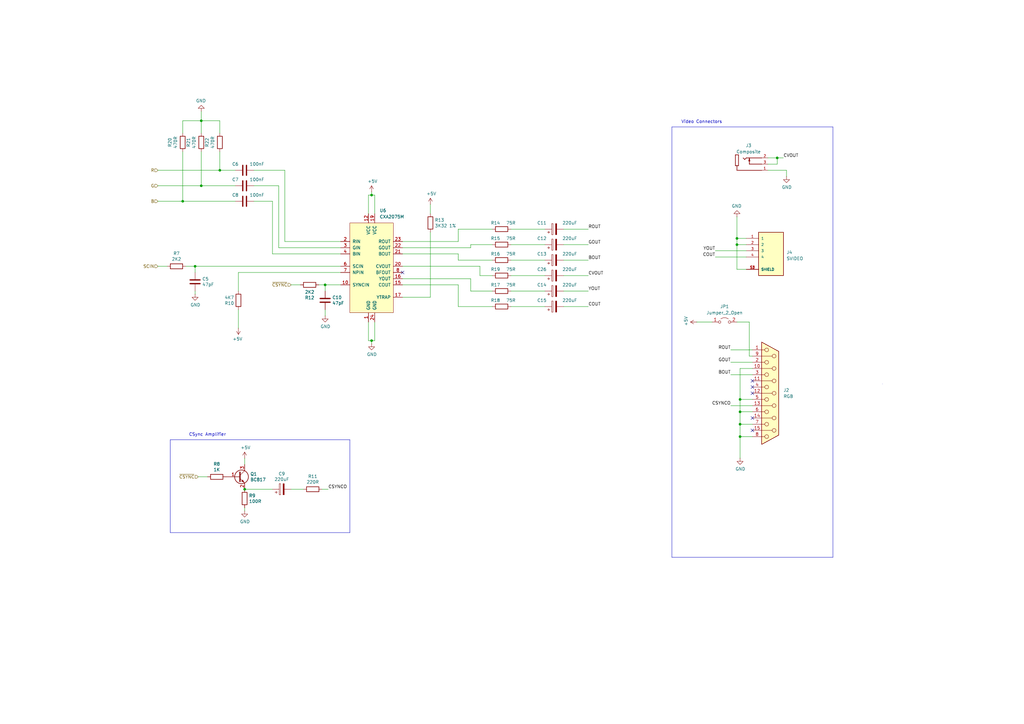
<source format=kicad_sch>
(kicad_sch (version 20231120) (generator "eeschema") (generator_version "8.0")
  (paper "A3")
  (title_block (title "TRH9000") (date "2024-06-15") (rev "1.7") (company "The Retro Hacker") (comment 2 "Shared under CERN-OHL-S license") (comment 3 "TRH9000 - Open Source MSX Graphics Card based on the Yamaha V9990") (comment 4 "Designed  by: Cristiano Goncalves"))
  (lib_symbols
    (symbol "Connector:DA15_Receptacle" (pin_names (offset 1.016) hide)
      (property "Reference" "J" (at 0.508 21.59 0))
      (property "Value" "DA15_Receptacle" (at 0 -22.225 0))
      (symbol "DA15_Receptacle_0_1"
        (circle (center -1.778 -17.78) (radius 0.762))
        (circle (center -1.778 -12.7) (radius 0.762))
        (circle (center -1.778 -7.62) (radius 0.762))
        (circle (center -1.778 -2.54) (radius 0.762))
        (circle (center -1.778 2.54) (radius 0.762))
        (circle (center -1.778 7.62) (radius 0.762))
        (circle (center -1.778 12.7) (radius 0.762))
        (circle (center -1.778 17.78) (radius 0.762))
        (polyline (pts (xy -3.81 -17.78) (xy -2.54 -17.78)))
        (polyline (pts (xy -3.81 -15.24) (xy 0.508 -15.24)))
        (polyline (pts (xy -3.81 -12.7) (xy -2.54 -12.7)))
        (polyline (pts (xy -3.81 -10.16) (xy 0.508 -10.16)))
        (polyline (pts (xy -3.81 -7.62) (xy -2.54 -7.62)))
        (polyline (pts (xy -3.81 -5.08) (xy 0.508 -5.08)))
        (polyline (pts (xy -3.81 -2.54) (xy -2.54 -2.54)))
        (polyline (pts (xy -3.81 0) (xy 0.508 0)))
        (polyline (pts (xy -3.81 2.54) (xy -2.54 2.54)))
        (polyline (pts (xy -3.81 5.08) (xy 0.508 5.08)))
        (polyline (pts (xy -3.81 7.62) (xy -2.54 7.62)))
        (polyline (pts (xy -3.81 10.16) (xy 0.508 10.16)))
        (polyline (pts (xy -3.81 12.7) (xy -2.54 12.7)))
        (polyline (pts (xy -3.81 15.24) (xy 0.508 15.24)))
        (polyline (pts (xy -3.81 17.78) (xy -2.54 17.78)))
        (polyline (pts (xy -3.81 20.955) (xy 3.175 17.145) (xy 3.175 -17.145) (xy -3.81 -20.955) (xy -3.81 20.955)) (stroke (width 0.254)) (fill (type background)))
        (circle (center 1.27 -15.24) (radius 0.762))
        (circle (center 1.27 -10.16) (radius 0.762))
        (circle (center 1.27 -5.08) (radius 0.762))
        (circle (center 1.27 0) (radius 0.762))
        (circle (center 1.27 5.08) (radius 0.762))
        (circle (center 1.27 10.16) (radius 0.762))
        (circle (center 1.27 15.24) (radius 0.762))
      )
      (symbol "DA15_Receptacle_1_1"
        (pin passive line (at -7.62 17.78 0) (length 3.81) (name "1") (number "1"))
        (pin passive line (at -7.62 10.16 0) (length 3.81) (name "P10") (number "10"))
        (pin passive line (at -7.62 5.08 0) (length 3.81) (name "P111") (number "11"))
        (pin passive line (at -7.62 0 0) (length 3.81) (name "P12") (number "12"))
        (pin passive line (at -7.62 -5.08 0) (length 3.81) (name "P13") (number "13"))
        (pin passive line (at -7.62 -10.16 0) (length 3.81) (name "P14") (number "14"))
        (pin passive line (at -7.62 -15.24 0) (length 3.81) (name "P15") (number "15"))
        (pin passive line (at -7.62 12.7 0) (length 3.81) (name "2") (number "2"))
        (pin passive line (at -7.62 7.62 0) (length 3.81) (name "3") (number "3"))
        (pin passive line (at -7.62 2.54 0) (length 3.81) (name "4") (number "4"))
        (pin passive line (at -7.62 -2.54 0) (length 3.81) (name "5") (number "5"))
        (pin passive line (at -7.62 -7.62 0) (length 3.81) (name "6") (number "6"))
        (pin passive line (at -7.62 -12.7 0) (length 3.81) (name "7") (number "7"))
        (pin passive line (at -7.62 -17.78 0) (length 3.81) (name "8") (number "8"))
        (pin passive line (at -7.62 15.24 0) (length 3.81) (name "P9") (number "9"))
      )
    )
    (symbol "Device:C" (pin_numbers hide) (pin_names (offset 0.254))
      (property "Reference" "C" (at 0.635 2.54 0))
      (property "Value" "C" (at 0.635 -2.54 0))
      (symbol "C_0_1"
        (polyline (pts (xy -2.032 -0.762) (xy 2.032 -0.762)) (stroke (width 0.508)))
        (polyline (pts (xy -2.032 0.762) (xy 2.032 0.762)) (stroke (width 0.508)))
      )
      (symbol "C_1_1"
        (pin passive line (at 0 3.81 270) (length 2.794) (name "~") (number "1"))
        (pin passive line (at 0 -3.81 90) (length 2.794) (name "~") (number "2"))
      )
    )
    (symbol "Device:C_Polarized" (pin_numbers hide) (pin_names (offset 0.254))
      (property "Reference" "C" (at 0.635 2.54 0))
      (property "Value" "C_Polarized" (at 0.635 -2.54 0))
      (symbol "C_Polarized_0_1"
        (rectangle (start -2.286 0.508) (end 2.286 1.016))
        (polyline (pts (xy -1.778 2.286) (xy -0.762 2.286)))
        (polyline (pts (xy -1.27 2.794) (xy -1.27 1.778)))
        (rectangle (start 2.286 -0.508) (end -2.286 -1.016) (fill (type outline)))
      )
      (symbol "C_Polarized_1_1"
        (pin passive line (at 0 3.81 270) (length 2.794) (name "~") (number "1"))
        (pin passive line (at 0 -3.81 90) (length 2.794) (name "~") (number "2"))
      )
    )
    (symbol "Device:R" (pin_numbers hide) (pin_names (offset 0))
      (property "Reference" "R" (at 2.032 0 90))
      (property "Value" "R" (at 0 0 90))
      (symbol "R_0_1"
        (rectangle (start -1.016 -2.54) (end 1.016 2.54) (stroke (width 0.254)))
      )
      (symbol "R_1_1"
        (pin passive line (at 0 3.81 270) (length 1.27) (name "~") (number "1"))
        (pin passive line (at 0 -3.81 90) (length 1.27) (name "~") (number "2"))
      )
    )
    (symbol "Jumper:Jumper_2_Open" (pin_names (offset 0) hide)
      (property "Reference" "JP" (at 0 2.794 0))
      (property "Value" "Jumper_2_Open" (at 0 -2.286 0))
      (symbol "Jumper_2_Open_0_0"
        (circle (center -2.032 0) (radius 0.508))
        (circle (center 2.032 0) (radius 0.508))
      )
      (symbol "Jumper_2_Open_0_1"
        (arc (start 1.524 1.27) (mid 0 1.778) (end -1.524 1.27))
      )
      (symbol "Jumper_2_Open_1_1"
        (pin passive line (at -5.08 0 0) (length 2.54) (name "A") (number "1"))
        (pin passive line (at 5.08 0 180) (length 2.54) (name "B") (number "2"))
      )
    )
    (symbol "MD-40SM:MD-40SM" (pin_names (offset 1.016))
      (property "Reference" "J" (at -5.08 8.382 0))
      (property "Value" "MD-40SM" (at -5.08 -12.7 0))
      (symbol "MD-40SM_0_0"
        (rectangle (start -5.08 -10.16) (end 5.08 7.62) (stroke (width 0.254)) (fill (type background)))
        (pin passive line (at -10.16 5.08 0) (length 5.08) (name "1") (number "1"))
        (pin passive line (at -10.16 2.54 0) (length 5.08) (name "2") (number "2"))
        (pin passive line (at -10.16 0 0) (length 5.08) (name "3") (number "3"))
        (pin passive line (at -10.16 -2.54 0) (length 5.08) (name "4") (number "4"))
        (pin passive line (at -10.16 -7.62 0) (length 5.08) (name "SHIELD") (number "S1"))
        (pin passive line (at -10.16 -7.62 0) (length 5.08) (name "SHIELD") (number "S2"))
        (pin passive line (at -10.16 -7.62 0) (length 5.08) (name "SHIELD") (number "S3"))
      )
    )
    (symbol "PJRAN1X1U02AUX:PJRAN1X1U02AUX" (pin_names (offset 1.016))
      (property "Reference" "J" (at -5.08 5.08 0))
      (property "Value" "PJRAN1X1U02AUX" (at -5.08 -6.35 0))
      (symbol "PJRAN1X1U02AUX_0_0"
        (polyline (pts (xy -5.715 -0.635) (xy -5.08 -0.635)) (stroke (width 0.254)))
        (polyline (pts (xy -5.715 3.81) (xy -5.715 -0.635)) (stroke (width 0.254)))
        (polyline (pts (xy -5.08 -2.54) (xy -5.08 -0.635)) (stroke (width 0.254)))
        (polyline (pts (xy -5.08 -0.635) (xy -4.445 -0.635)) (stroke (width 0.254)))
        (polyline (pts (xy -4.445 -0.635) (xy -4.445 3.81)) (stroke (width 0.254)))
        (polyline (pts (xy -4.445 3.81) (xy -5.715 3.81)) (stroke (width 0.254)))
        (polyline (pts (xy -1.905 1.905) (xy -2.54 2.54)) (stroke (width 0.254)))
        (polyline (pts (xy -1.27 2.54) (xy -1.905 1.905)) (stroke (width 0.254)))
        (polyline (pts (xy 0 0) (xy 0 2.54)) (stroke (width 0.254)))
        (polyline (pts (xy 0 0) (xy 5.08 0)) (stroke (width 0.254)))
        (polyline (pts (xy 5.08 -2.54) (xy -5.08 -2.54)) (stroke (width 0.254)))
        (polyline (pts (xy 5.08 2.54) (xy -1.27 2.54)) (stroke (width 0.254)))
        (polyline (pts (xy 0 2.286) (xy 0.254 1.27) (xy -0.254 1.27) (xy 0 2.286)) (stroke (width 0.254)) (fill (type outline)))
        (pin passive line (at 7.62 -2.54 180) (length 2.54) (name "~") (number "1"))
        (pin passive line (at 7.62 2.54 180) (length 2.54) (name "~") (number "2"))
        (pin passive line (at 7.62 0 180) (length 2.54) (name "~") (number "3"))
      )
    )
    (symbol "TRH9000:CXA2075M" (pin_names (offset 1.016))
      (property "Reference" "U" (at -8.89 20.32 0))
      (property "Value" "CXA2075M" (at 7.62 20.32 0))
      (symbol "CXA2075M_0_1"
        (rectangle (start -8.89 19.05) (end 8.89 -17.78) (fill (type background)))
      )
      (symbol "CXA2075M_1_1"
        (pin power_in line (at -1.27 -21.59 90) (length 3.81) (name "GND") (number "1"))
        (pin input line (at -12.7 -6.35 0) (length 3.81) (name "SYNCIN") (number "10"))
        (pin no_connect line (at -12.7 -8.89 0) (length 3.81) hide (name "NC") (number "11"))
        (pin power_in line (at -1.27 22.86 270) (length 3.81) (name "VCC") (number "12"))
        (pin no_connect line (at 12.7 13.97 180) (length 3.81) hide (name "NC") (number "13"))
        (pin no_connect line (at 11.43 -8.89 180) (length 3.81) hide (name "NC") (number "14"))
        (pin output line (at 12.7 -6.35 180) (length 3.81) (name "COUT") (number "15"))
        (pin output line (at 12.7 -3.81 180) (length 3.81) (name "YOUT") (number "16"))
        (pin input line (at 12.7 -11.43 180) (length 3.81) (name "YTRAP") (number "17"))
        (pin no_connect line (at 11.43 -13.97 180) (length 3.81) hide (name "NC") (number "18"))
        (pin power_in line (at 1.27 22.86 270) (length 3.81) (name "VCC") (number "19"))
        (pin input line (at -12.7 11.43 0) (length 3.81) (name "RIN") (number "2"))
        (pin output line (at 12.7 1.27 180) (length 3.81) (name "CVOUT") (number "20"))
        (pin output line (at 12.7 6.35 180) (length 3.81) (name "BOUT") (number "21"))
        (pin output line (at 12.7 8.89 180) (length 3.81) (name "GOUT") (number "22"))
        (pin output line (at 12.7 11.43 180) (length 3.81) (name "ROUT") (number "23"))
        (pin power_in line (at 1.27 -21.59 90) (length 3.81) (name "GND") (number "24"))
        (pin input line (at -12.7 8.89 0) (length 3.81) (name "GIN") (number "3"))
        (pin input line (at -12.7 6.35 0) (length 3.81) (name "BIN") (number "4"))
        (pin no_connect line (at -12.7 3.81 0) (length 3.81) hide (name "NC") (number "5"))
        (pin input line (at -12.7 1.27 0) (length 3.81) (name "SCIN") (number "6"))
        (pin input line (at -12.7 -1.27 0) (length 3.81) (name "NPIN") (number "7"))
        (pin output line (at 12.7 -1.27 180) (length 3.81) (name "BFOUT") (number "8"))
        (pin no_connect line (at -12.7 -3.81 0) (length 3.81) hide (name "NC") (number "9"))
      )
    )
    (symbol "Transistor_BJT:BC817" (pin_names (offset 0) hide)
      (property "Reference" "Q" (at 5.08 1.905 0))
      (property "Value" "BC817" (at 5.08 0 0))
      (symbol "BC817_0_1"
        (polyline (pts (xy 0.635 0.635) (xy 2.54 2.54)))
        (polyline (pts (xy 0.635 -0.635) (xy 2.54 -2.54) (xy 2.54 -2.54)))
        (polyline (pts (xy 0.635 1.905) (xy 0.635 -1.905) (xy 0.635 -1.905)) (stroke (width 0.508)))
        (polyline (pts (xy 1.27 -1.778) (xy 1.778 -1.27) (xy 2.286 -2.286) (xy 1.27 -1.778) (xy 1.27 -1.778)) (fill (type outline)))
        (circle (center 1.27 0) (radius 2.8194) (stroke (width 0.254)))
      )
      (symbol "BC817_1_1"
        (pin input line (at -5.08 0 0) (length 5.715) (name "B") (number "1"))
        (pin passive line (at 2.54 -5.08 90) (length 2.54) (name "E") (number "2"))
        (pin passive line (at 2.54 5.08 270) (length 2.54) (name "C") (number "3"))
      )
    )
    (symbol "power:+5V" (power) (pin_numbers hide) (pin_names (offset 0) hide)
      (property "Value" "+5V" (at 0 3.556 0))
      (symbol "+5V_0_1"
        (polyline (pts (xy -0.762 1.27) (xy 0 2.54)))
        (polyline (pts (xy 0 0) (xy 0 2.54)))
        (polyline (pts (xy 0 2.54) (xy 0.762 1.27)))
      )
      (symbol "+5V_1_1"
        (pin power_in line (at 0 0 90) (length 0) (name "~") (number "1"))
      )
    )
    (symbol "power:GND" (power) (pin_numbers hide) (pin_names (offset 0) hide)
      (property "Value" "GND" (at 0 -3.81 0))
      (symbol "GND_0_1"
        (polyline (pts (xy 0 0) (xy 0 -1.27) (xy 1.27 -1.27) (xy 0 -2.54) (xy -1.27 -1.27) (xy 0 -1.27)))
      )
      (symbol "GND_1_1"
        (pin power_in line (at 0 0 270) (length 0) (name "~") (number "1"))
      )
    )
  )
  (junction (at 80.01 109.22))
  (junction (at 74.93 82.55))
  (junction (at 303.53 179.07))
  (junction (at 100.33 200.66))
  (junction (at 302.26 100.33))
  (junction (at 303.53 163.83))
  (junction (at 90.17 69.85))
  (junction (at 152.4 80.01))
  (junction (at 318.77 64.77))
  (junction (at 82.55 49.53))
  (junction (at 133.35 116.84))
  (junction (at 302.26 97.79))
  (junction (at 152.4 139.7))
  (junction (at 303.53 173.99))
  (junction (at 82.55 76.2))
  (junction (at 303.53 168.91))
  (no_connect (at 308.61 176.53))
  (no_connect (at 308.61 156.21))
  (no_connect (at 308.61 161.29))
  (no_connect (at 165.1 111.76))
  (no_connect (at 308.61 171.45))
  (no_connect (at 308.61 158.75))
  (wire (pts (xy 187.96 104.14) (xy 187.96 106.68)))
  (wire (pts (xy 152.4 80.01) (xy 153.67 80.01)))
  (wire (pts (xy 80.01 119.38) (xy 80.01 120.65)))
  (wire (pts (xy 306.07 100.33) (xy 302.26 100.33)))
  (wire (pts (xy 82.55 49.53) (xy 82.55 54.61)))
  (wire (pts (xy 293.37 105.41) (xy 306.07 105.41)))
  (wire (pts (xy 134.62 200.66) (xy 132.08 200.66)))
  (wire (pts (xy 151.13 139.7) (xy 152.4 139.7)))
  (wire (pts (xy 303.53 168.91) (xy 308.61 168.91)))
  (wire (pts (xy 82.55 76.2) (xy 96.52 76.2)))
  (wire (pts (xy 187.96 106.68) (xy 201.93 106.68)))
  (polyline (pts (xy 69.85 180.34) (xy 143.51 180.34)))
  (wire (pts (xy 119.38 116.84) (xy 123.19 116.84)))
  (polyline (pts (xy 143.51 180.34) (xy 143.51 218.44)))
  (wire (pts (xy 187.96 93.98) (xy 187.96 99.06)))
  (wire (pts (xy 100.33 190.5) (xy 100.33 187.96)))
  (wire (pts (xy 64.77 82.55) (xy 74.93 82.55)))
  (wire (pts (xy 116.84 69.85) (xy 104.14 69.85)))
  (polyline (pts (xy 275.59 228.6) (xy 341.63 228.6)))
  (wire (pts (xy 76.2 109.22) (xy 80.01 109.22)))
  (wire (pts (xy 303.53 179.07) (xy 308.61 179.07)))
  (wire (pts (xy 302.26 97.79) (xy 306.07 97.79)))
  (wire (pts (xy 307.34 146.05) (xy 307.34 132.08)))
  (wire (pts (xy 152.4 78.74) (xy 152.4 80.01)))
  (wire (pts (xy 151.13 80.01) (xy 152.4 80.01)))
  (wire (pts (xy 187.96 125.73) (xy 201.93 125.73)))
  (wire (pts (xy 64.77 109.22) (xy 68.58 109.22)))
  (polyline (pts (xy 143.51 218.44) (xy 69.85 218.44)))
  (wire (pts (xy 231.14 93.98) (xy 241.3 93.98)))
  (wire (pts (xy 302.26 132.08) (xy 307.34 132.08)))
  (wire (pts (xy 100.33 200.66) (xy 111.76 200.66)))
  (wire (pts (xy 241.3 125.73) (xy 231.14 125.73)))
  (wire (pts (xy 241.3 100.33) (xy 231.14 100.33)))
  (wire (pts (xy 152.4 139.7) (xy 153.67 139.7)))
  (wire (pts (xy 116.84 69.85) (xy 116.84 99.06)))
  (wire (pts (xy 314.96 69.85) (xy 322.58 69.85)))
  (wire (pts (xy 209.55 113.03) (xy 223.52 113.03)))
  (wire (pts (xy 303.53 179.07) (xy 303.53 187.96)))
  (wire (pts (xy 196.85 113.03) (xy 201.93 113.03)))
  (wire (pts (xy 302.26 110.49) (xy 302.26 100.33)))
  (wire (pts (xy 209.55 106.68) (xy 223.52 106.68)))
  (wire (pts (xy 165.1 116.84) (xy 187.96 116.84)))
  (wire (pts (xy 303.53 179.07) (xy 303.53 173.99)))
  (wire (pts (xy 193.04 100.33) (xy 193.04 101.6)))
  (wire (pts (xy 152.4 140.97) (xy 152.4 139.7)))
  (wire (pts (xy 314.96 67.31) (xy 318.77 67.31)))
  (wire (pts (xy 193.04 100.33) (xy 201.93 100.33)))
  (wire (pts (xy 114.3 76.2) (xy 104.14 76.2)))
  (wire (pts (xy 303.53 168.91) (xy 303.53 163.83)))
  (wire (pts (xy 299.72 166.37) (xy 308.61 166.37)))
  (wire (pts (xy 133.35 129.54) (xy 133.35 127)))
  (polyline (pts (xy 361.95 157.48) (xy 361.95 157.48)))
  (wire (pts (xy 82.55 49.53) (xy 82.55 45.72)))
  (wire (pts (xy 114.3 76.2) (xy 114.3 101.6)))
  (wire (pts (xy 151.13 80.01) (xy 151.13 87.63)))
  (wire (pts (xy 299.72 153.67) (xy 308.61 153.67)))
  (wire (pts (xy 153.67 80.01) (xy 153.67 87.63)))
  (wire (pts (xy 303.53 151.13) (xy 308.61 151.13)))
  (wire (pts (xy 308.61 146.05) (xy 307.34 146.05)))
  (wire (pts (xy 80.01 109.22) (xy 80.01 111.76)))
  (wire (pts (xy 90.17 69.85) (xy 96.52 69.85)))
  (wire (pts (xy 193.04 114.3) (xy 193.04 119.38)))
  (wire (pts (xy 74.93 54.61) (xy 74.93 49.53)))
  (wire (pts (xy 193.04 119.38) (xy 201.93 119.38)))
  (wire (pts (xy 90.17 54.61) (xy 90.17 49.53)))
  (wire (pts (xy 223.52 100.33) (xy 209.55 100.33)))
  (wire (pts (xy 176.53 121.92) (xy 176.53 95.25)))
  (wire (pts (xy 139.7 99.06) (xy 116.84 99.06)))
  (wire (pts (xy 81.28 195.58) (xy 85.09 195.58)))
  (wire (pts (xy 139.7 111.76) (xy 97.79 111.76)))
  (wire (pts (xy 124.46 200.66) (xy 119.38 200.66)))
  (wire (pts (xy 314.96 64.77) (xy 318.77 64.77)))
  (wire (pts (xy 139.7 101.6) (xy 114.3 101.6)))
  (wire (pts (xy 231.14 113.03) (xy 241.3 113.03)))
  (wire (pts (xy 303.53 163.83) (xy 303.53 151.13)))
  (wire (pts (xy 133.35 119.38) (xy 133.35 116.84)))
  (wire (pts (xy 223.52 125.73) (xy 209.55 125.73)))
  (wire (pts (xy 165.1 109.22) (xy 196.85 109.22)))
  (wire (pts (xy 111.76 82.55) (xy 104.14 82.55)))
  (wire (pts (xy 90.17 49.53) (xy 82.55 49.53)))
  (wire (pts (xy 176.53 87.63) (xy 176.53 83.82)))
  (wire (pts (xy 74.93 49.53) (xy 82.55 49.53)))
  (wire (pts (xy 299.72 143.51) (xy 308.61 143.51)))
  (wire (pts (xy 223.52 93.98) (xy 209.55 93.98)))
  (wire (pts (xy 303.53 163.83) (xy 308.61 163.83)))
  (wire (pts (xy 130.81 116.84) (xy 133.35 116.84)))
  (wire (pts (xy 165.1 121.92) (xy 176.53 121.92)))
  (polyline (pts (xy 69.85 180.34) (xy 69.85 218.44)))
  (wire (pts (xy 165.1 99.06) (xy 187.96 99.06)))
  (wire (pts (xy 82.55 62.23) (xy 82.55 76.2)))
  (wire (pts (xy 306.07 110.49) (xy 302.26 110.49)))
  (wire (pts (xy 302.26 100.33) (xy 302.26 97.79)))
  (wire (pts (xy 231.14 106.68) (xy 241.3 106.68)))
  (wire (pts (xy 151.13 132.08) (xy 151.13 139.7)))
  (wire (pts (xy 187.96 104.14) (xy 165.1 104.14)))
  (wire (pts (xy 293.37 102.87) (xy 306.07 102.87)))
  (polyline (pts (xy 275.59 52.07) (xy 275.59 228.6)))
  (wire (pts (xy 80.01 109.22) (xy 139.7 109.22)))
  (wire (pts (xy 303.53 173.99) (xy 308.61 173.99)))
  (wire (pts (xy 299.72 148.59) (xy 308.61 148.59)))
  (wire (pts (xy 97.79 111.76) (xy 97.79 119.38)))
  (wire (pts (xy 318.77 64.77) (xy 321.31 64.77)))
  (wire (pts (xy 100.33 208.28) (xy 100.33 209.55)))
  (wire (pts (xy 74.93 82.55) (xy 96.52 82.55)))
  (wire (pts (xy 90.17 62.23) (xy 90.17 69.85)))
  (wire (pts (xy 187.96 116.84) (xy 187.96 125.73)))
  (wire (pts (xy 196.85 109.22) (xy 196.85 113.03)))
  (wire (pts (xy 64.77 76.2) (xy 82.55 76.2)))
  (wire (pts (xy 165.1 101.6) (xy 193.04 101.6)))
  (wire (pts (xy 285.75 132.08) (xy 292.1 132.08)))
  (polyline (pts (xy 341.63 228.6) (xy 341.63 52.07)))
  (polyline (pts (xy 275.59 52.07) (xy 341.63 52.07)))
  (wire (pts (xy 165.1 114.3) (xy 193.04 114.3)))
  (wire (pts (xy 318.77 67.31) (xy 318.77 64.77)))
  (wire (pts (xy 231.14 119.38) (xy 241.3 119.38)))
  (wire (pts (xy 187.96 93.98) (xy 201.93 93.98)))
  (wire (pts (xy 111.76 82.55) (xy 111.76 104.14)))
  (wire (pts (xy 74.93 62.23) (xy 74.93 82.55)))
  (wire (pts (xy 303.53 173.99) (xy 303.53 168.91)))
  (wire (pts (xy 153.67 132.08) (xy 153.67 139.7)))
  (wire (pts (xy 139.7 104.14) (xy 111.76 104.14)))
  (wire (pts (xy 64.77 69.85) (xy 90.17 69.85)))
  (wire (pts (xy 133.35 116.84) (xy 139.7 116.84)))
  (wire (pts (xy 322.58 69.85) (xy 322.58 72.39)))
  (wire (pts (xy 97.79 127) (xy 97.79 134.62)))
  (wire (pts (xy 302.26 88.9) (xy 302.26 97.79)))
  (wire (pts (xy 209.55 119.38) (xy 223.52 119.38)))
  (text "CSync Amplifier" (at 77.47 179.07 0) (effects (font (size 1.27 1.27)) (justify left bottom)))
  (text "Video Connectors\n" (at 279.4 50.8 0) (effects (font (size 1.27 1.27)) (justify left bottom)))
  (label "YOUT" (at 293.37 102.87 180))
  (label "YOUT" (at 241.3 119.38 0))
  (label "GOUT" (at 299.72 148.59 180))
  (label "COUT" (at 241.3 125.73 0))
  (label "CVOUT" (at 241.3 113.03 0))
  (label "COUT" (at 293.37 105.41 180))
  (label "CVOUT" (at 321.31 64.77 0))
  (label "BOUT" (at 299.72 153.67 180))
  (label "CSYNCO" (at 134.62 200.66 0))
  (label "ROUT" (at 299.72 143.51 180))
  (label "ROUT" (at 241.3 93.98 0))
  (label "BOUT" (at 241.3 106.68 0))
  (label "GOUT" (at 241.3 100.33 0))
  (label "CSYNCO" (at 299.72 166.37 180))
  (hierarchical_label "SCIN" (shape input) (at 64.77 109.22 180))
  (hierarchical_label "R" (shape input) (at 64.77 69.85 180))
  (hierarchical_label "~{CSYNC}" (shape input) (at 119.38 116.84 180))
  (hierarchical_label "~{CSYNC}" (shape input) (at 81.28 195.58 180))
  (hierarchical_label "B" (shape input) (at 64.77 82.55 180))
  (hierarchical_label "G" (shape input) (at 64.77 76.2 180))
  (symbol (lib_id "MD-40SM:MD-40SM") (at 316.23 102.87 0) (unit 1)
    (property "Reference" "J4" (at 322.58 103.505 0) (effects (justify left)))
    (property "Value" "SVIDEO" (at 322.58 106.045 0) (effects (justify left)))
    (property "Footprint" "MD-40SM:CUI_MD-40SM" (effects (hide yes)))
    (property "Description" "4 Pin, Mini Circular Connector w/ Shield" (effects (hide yes)))
    (property "MF" "CUI Devices" (effects (hide yes)))
    (property "MAXIMUM_PACKAGE_HEIGHT" "12.8 mm" (effects (hide yes)))
    (property "Package" "None" (effects (hide yes)))
    (property "Price" "None" (effects (hide yes)))
    (property "Check_prices" "https://www.snapeda.com/parts/MD-40SM/CUI+Devices/view-part/?ref=eda" (effects (hide yes)))
    (property "STANDARD" "Manufacturer Recommendations" (effects (hide yes)))
    (property "PARTREV" "02/18/2022" (effects (hide yes)))
    (property "SnapEDA_Link" "https://www.snapeda.com/parts/MD-40SM/CUI+Devices/view-part/?ref=snap" (effects (hide yes)))
    (property "MP" "MD-40SM" (effects (hide yes)))
    (property "Purchase-URL" "https://www.snapeda.com/api/url_track_click_mouser/?unipart_id=547108&manufacturer=CUI Devices&part_name=MD-40SM&search_term=mini din 4pin svideo" (effects (hide yes)))
    (property "CUI_purchase_URL" "https://www.cuidevices.com/product/interconnect/connectors/din-connectors/md-40sm?utm_source=snapeda.com&utm_medium=referral&utm_campaign=snapedaBOM" (effects (hide yes)))
    (property "Availability" "In Stock" (effects (hide yes)))
    (property "MANUFACTURER" "CUI" (effects (hide yes)))
    (property "Description_1" "4 Pin, Mini Circular Connector w/ Shield" (effects (hide yes)))
  )
  (symbol (lib_id "PJRAN1X1U02AUX:PJRAN1X1U02AUX") (at 307.34 67.31 0) (unit 1)
    (property "Reference" "J3" (at 307.0225 59.69 0))
    (property "Value" "Composite" (at 307.0225 62.23 0))
    (property "Footprint" "PJRAN1X1U02AUX:SWITCHCRAFT_PJRAN1X1U02AUX" (effects (hide yes)))
    (property "Description" "\nRCA Phono Connectors RCA PHONO JACK WHT.\n" (effects (hide yes)))
    (property "MF" "Switchcraft" (effects (hide yes)))
    (property "MAXIMUM_PACKAGE_HEIGHT" "13 mm" (effects (hide yes)))
    (property "Package" "None" (effects (hide yes)))
    (property "Price" "None" (effects (hide yes)))
    (property "Check_prices" "https://www.snapeda.com/parts/PJRAN1X1U02AUX/Switchcraft+%252F+Conxall/view-part/?ref=eda" (effects (hide yes)))
    (property "STANDARD" "Manufacturer Recommendations" (effects (hide yes)))
    (property "PARTREV" "A" (effects (hide yes)))
    (property "SnapEDA_Link" "https://www.snapeda.com/parts/PJRAN1X1U02AUX/Switchcraft+%252F+Conxall/view-part/?ref=snap" (effects (hide yes)))
    (property "MP" "PJRAN1X1U02AUX" (effects (hide yes)))
    (property "Availability" "In Stock" (effects (hide yes)))
    (property "MANUFACTURER" "Switchcraft" (effects (hide yes)))
    (property "Description_1" "\nRCA Phono Connectors RCA PHONO JACK WHT.\n" (effects (hide yes)))
  )
  (symbol (lib_id "power:GND") (at 302.26 88.9 180) (unit 1)
    (property "Reference" "#PWR050" (effects (hide yes)))
    (property "Value" "GND" (at 302.133 84.5058 0))
    (property "Description" "Power symbol creates a global label with name \"GND\" , ground" (effects (hide yes)))
  )
  (symbol (lib_id "Device:C") (at 100.33 76.2 270) (unit 1)
    (property "Reference" "C7" (at 96.52 73.66 90))
    (property "Value" "100nF" (at 105.41 73.66 90))
    (property "Footprint" "Capacitor_SMD:C_0805_2012Metric" (effects (hide yes)))
  )
  (symbol (lib_id "Device:R") (at 100.33 204.47 0) (unit 1)
    (property "Reference" "R9" (at 102.108 203.3016 0) (effects (justify left)))
    (property "Value" "100R" (at 102.108 205.613 0) (effects (justify left)))
    (property "Footprint" "Resistor_SMD:R_0805_2012Metric" (effects (hide yes)))
  )
  (symbol (lib_id "Device:C_Polarized") (at 227.33 125.73 90) (unit 1)
    (property "Reference" "C15" (at 222.25 123.19 90))
    (property "Value" "220uF" (at 233.68 123.19 90))
    (property "Footprint" "Capacitor_Tantalum_SMD:CP_EIA-3528-15_AVX-H" (effects (hide yes)))
  )
  (symbol (lib_id "Device:R") (at 205.74 119.38 270) (unit 1)
    (property "Reference" "R17" (at 203.2 116.84 90))
    (property "Value" "75R" (at 209.55 116.84 90))
    (property "Footprint" "Resistor_SMD:R_0805_2012Metric" (effects (hide yes)))
  )
  (symbol (lib_id "power:GND") (at 100.33 209.55 0) (unit 1)
    (property "Reference" "#PWR015" (effects (hide yes)))
    (property "Value" "GND" (at 100.457 213.9442 0))
    (property "Description" "Power symbol creates a global label with name \"GND\" , ground" (effects (hide yes)))
  )
  (symbol (lib_id "power:+5V") (at 97.79 134.62 180) (unit 1)
    (property "Reference" "#PWR016" (effects (hide yes)))
    (property "Value" "+5V" (at 97.409 139.0142 0))
    (property "Description" "Power symbol creates a global label with name \"+5V\"" (effects (hide yes)))
  )
  (symbol (lib_id "Device:C") (at 100.33 82.55 270) (unit 1)
    (property "Reference" "C8" (at 96.52 80.01 90))
    (property "Value" "100nF" (at 105.41 80.01 90))
    (property "Footprint" "Capacitor_SMD:C_0805_2012Metric" (effects (hide yes)))
  )
  (symbol (lib_id "power:+5V") (at 176.53 83.82 0) (unit 1)
    (property "Reference" "#PWR020" (effects (hide yes)))
    (property "Value" "+5V" (at 176.911 79.4258 0))
    (property "Description" "Power symbol creates a global label with name \"+5V\"" (effects (hide yes)))
  )
  (symbol (lib_id "Device:R") (at 205.74 106.68 270) (unit 1)
    (property "Reference" "R16" (at 203.2 104.14 90))
    (property "Value" "75R" (at 209.55 104.14 90))
    (property "Footprint" "Resistor_SMD:R_0805_2012Metric" (effects (hide yes)))
  )
  (symbol (lib_id "power:GND") (at 152.4 140.97 0) (unit 1)
    (property "Reference" "#PWR019" (effects (hide yes)))
    (property "Value" "GND" (at 152.527 145.3642 0))
    (property "Description" "Power symbol creates a global label with name \"GND\" , ground" (effects (hide yes)))
  )
  (symbol (lib_id "Device:R") (at 205.74 93.98 270) (unit 1)
    (property "Reference" "R14" (at 203.2 91.44 90))
    (property "Value" "75R" (at 209.55 91.44 90))
    (property "Footprint" "Resistor_SMD:R_0805_2012Metric" (effects (hide yes)))
  )
  (symbol (lib_id "power:GND") (at 82.55 45.72 180) (unit 1)
    (property "Reference" "#PWR012" (effects (hide yes)))
    (property "Value" "GND" (at 82.423 41.3258 0))
    (property "Description" "Power symbol creates a global label with name \"GND\" , ground" (effects (hide yes)))
  )
  (symbol (lib_id "Device:C_Polarized") (at 227.33 106.68 90) (unit 1)
    (property "Reference" "C13" (at 222.25 104.14 90))
    (property "Value" "220uF" (at 233.68 104.14 90))
    (property "Footprint" "Capacitor_Tantalum_SMD:CP_EIA-3528-15_AVX-H" (effects (hide yes)))
  )
  (symbol (lib_id "Device:R") (at 90.17 58.42 0) (unit 1)
    (property "Reference" "R22" (at 84.9122 58.42 90))
    (property "Value" "470R" (at 87.2236 58.42 90))
    (property "Footprint" "Resistor_SMD:R_0805_2012Metric" (effects (hide yes)))
  )
  (symbol (lib_id "Connector:DA15_Receptacle") (at 316.23 161.29 0) (unit 1)
    (property "Reference" "J2" (at 321.31 160.0199 0) (effects (justify left)))
    (property "Value" "RGB" (at 321.31 162.5599 0) (effects (justify left)))
    (property "Footprint" "Connector_Dsub:DSUB-15-HD_Female_Horizontal_P2.29x1.98mm_EdgePinOffset3.03mm_Housed_MountingHolesOffset4.94mm" (effects (hide yes)))
    (property "Description" "15-pin female receptacle socket D-SUB connector (low-density/2 columns)" (effects (hide yes)))
  )
  (symbol (lib_id "Device:C_Polarized") (at 227.33 119.38 90) (unit 1)
    (property "Reference" "C14" (at 222.25 116.84 90))
    (property "Value" "220uF" (at 233.68 116.84 90))
    (property "Footprint" "Capacitor_Tantalum_SMD:CP_EIA-3528-15_AVX-H" (effects (hide yes)))
  )
  (symbol (lib_id "Device:C") (at 133.35 123.19 0) (unit 1)
    (property "Reference" "C10" (at 136.271 122.0216 0) (effects (justify left)))
    (property "Value" "47pF" (at 136.271 124.333 0) (effects (justify left)))
    (property "Footprint" "Capacitor_SMD:C_0805_2012Metric" (effects (hide yes)))
  )
  (symbol (lib_id "power:+5V") (at 152.4 78.74 0) (unit 1)
    (property "Reference" "#PWR018" (effects (hide yes)))
    (property "Value" "+5V" (at 152.781 74.3458 0))
    (property "Description" "Power symbol creates a global label with name \"+5V\"" (effects (hide yes)))
  )
  (symbol (lib_id "Device:R") (at 88.9 195.58 270) (unit 1)
    (property "Reference" "R8" (at 88.9 190.3222 90))
    (property "Value" "1K" (at 88.9 192.6336 90))
    (property "Footprint" "Resistor_SMD:R_0805_2012Metric" (effects (hide yes)))
  )
  (symbol (lib_id "power:GND") (at 322.58 72.39 0) (unit 1)
    (property "Reference" "#PWR048" (effects (hide yes)))
    (property "Value" "GND" (at 322.707 76.7842 0))
    (property "Description" "Power symbol creates a global label with name \"GND\" , ground" (effects (hide yes)))
  )
  (symbol (lib_id "Transistor_BJT:BC817") (at 97.79 195.58 0) (unit 1)
    (property "Reference" "Q1" (at 102.6414 194.4116 0) (effects (justify left)))
    (property "Value" "BC817" (at 102.6414 196.723 0) (effects (justify left)))
    (property "Footprint" "Package_TO_SOT_SMD:SOT-23" (effects (hide yes)))
    (property "Datasheet" "https://www.onsemi.com/pub/Collateral/BC818-D.pdf" (effects (hide yes)))
  )
  (symbol (lib_id "power:+5V") (at 100.33 187.96 0) (unit 1)
    (property "Reference" "#PWR014" (effects (hide yes)))
    (property "Value" "+5V" (at 100.711 183.5658 0))
    (property "Description" "Power symbol creates a global label with name \"+5V\"" (effects (hide yes)))
  )
  (symbol (lib_id "power:GND") (at 303.53 187.96 0) (unit 1)
    (property "Reference" "#PWR021" (effects (hide yes)))
    (property "Value" "GND" (at 303.657 192.3542 0))
    (property "Description" "Power symbol creates a global label with name \"GND\" , ground" (effects (hide yes)))
  )
  (symbol (lib_id "Device:R") (at 205.74 113.03 270) (unit 1)
    (property "Reference" "R19" (at 203.2 110.49 90))
    (property "Value" "75R" (at 209.55 110.49 90))
    (property "Footprint" "Resistor_SMD:R_0805_2012Metric" (effects (hide yes)))
  )
  (symbol (lib_id "power:+5V") (at 285.75 132.08 90) (unit 1)
    (property "Reference" "#PWR047" (effects (hide yes)))
    (property "Value" "+5V" (at 281.3558 131.699 0))
    (property "Description" "Power symbol creates a global label with name \"+5V\"" (effects (hide yes)))
  )
  (symbol (lib_id "Device:C") (at 80.01 115.57 0) (unit 1)
    (property "Reference" "C5" (at 82.931 114.4016 0) (effects (justify left)))
    (property "Value" "47pF" (at 82.931 116.713 0) (effects (justify left)))
    (property "Footprint" "Capacitor_SMD:C_0805_2012Metric" (effects (hide yes)))
  )
  (symbol (lib_id "power:GND") (at 80.01 120.65 0) (unit 1)
    (property "Reference" "#PWR013" (effects (hide yes)))
    (property "Value" "GND" (at 80.137 125.0442 0))
    (property "Description" "Power symbol creates a global label with name \"GND\" , ground" (effects (hide yes)))
  )
  (symbol (lib_id "Jumper:Jumper_2_Open") (at 297.18 132.08 0) (unit 1)
    (property "Reference" "JP1" (at 297.18 125.73 0))
    (property "Value" "Jumper_2_Open" (at 297.18 128.27 0))
    (property "Footprint" "Jumper:SolderJumper-2_P1.3mm_Open_Pad1.0x1.5mm" (effects (hide yes)))
  )
  (symbol (lib_id "Device:R") (at 205.74 100.33 270) (unit 1)
    (property "Reference" "R15" (at 203.2 97.79 90))
    (property "Value" "75R" (at 209.55 97.79 90))
    (property "Footprint" "Resistor_SMD:R_0805_2012Metric" (effects (hide yes)))
  )
  (symbol (lib_id "Device:R") (at 128.27 200.66 270) (unit 1)
    (property "Reference" "R11" (at 128.27 195.4022 90))
    (property "Value" "220R" (at 128.27 197.7136 90))
    (property "Footprint" "Resistor_SMD:R_0805_2012Metric" (effects (hide yes)))
  )
  (symbol (lib_id "Device:C_Polarized") (at 227.33 93.98 90) (unit 1)
    (property "Reference" "C11" (at 222.25 91.44 90))
    (property "Value" "220uF" (at 233.68 91.44 90))
    (property "Footprint" "Capacitor_Tantalum_SMD:CP_EIA-3528-15_AVX-H" (effects (hide yes)))
  )
  (symbol (lib_id "Device:C") (at 100.33 69.85 270) (unit 1)
    (property "Reference" "C6" (at 96.52 67.31 90))
    (property "Value" "100nF" (at 105.41 67.31 90))
    (property "Footprint" "Capacitor_SMD:C_0805_2012Metric" (effects (hide yes)))
  )
  (symbol (lib_id "Device:C_Polarized") (at 115.57 200.66 90) (unit 1)
    (property "Reference" "C9" (at 115.57 194.31 90))
    (property "Value" "220uF" (at 115.57 196.596 90))
    (property "Footprint" "Capacitor_Tantalum_SMD:CP_EIA-3528-15_AVX-H" (effects (hide yes)))
    (property "Case" "B" (effects (hide yes)))
  )
  (symbol (lib_id "Device:R") (at 72.39 109.22 270) (unit 1)
    (property "Reference" "R7" (at 72.39 103.9622 90))
    (property "Value" "2K2" (at 72.39 106.2736 90))
    (property "Footprint" "Resistor_SMD:R_0805_2012Metric" (effects (hide yes)))
  )
  (symbol (lib_id "TRH9000:CXA2075M") (at 152.4 110.49 0) (unit 1)
    (property "Reference" "U6" (at 155.6894 86.36 0) (effects (justify left)))
    (property "Value" "CXA2075M" (at 155.6894 88.9 0) (effects (justify left)))
    (property "Footprint" "Package_SO:SO-24_5.3x15mm_P1.27mm" (effects (hide yes)))
  )
  (symbol (lib_id "Device:R") (at 205.74 125.73 270) (unit 1)
    (property "Reference" "R18" (at 203.2 123.19 90))
    (property "Value" "75R" (at 209.55 123.19 90))
    (property "Footprint" "Resistor_SMD:R_0805_2012Metric" (effects (hide yes)))
  )
  (symbol (lib_id "Device:R") (at 82.55 58.42 0) (unit 1)
    (property "Reference" "R21" (at 77.2922 58.42 90))
    (property "Value" "470R" (at 79.6036 58.42 90))
    (property "Footprint" "Resistor_SMD:R_0805_2012Metric" (effects (hide yes)))
  )
  (symbol (lib_id "Device:R") (at 176.53 91.44 0) (unit 1)
    (property "Reference" "R13" (at 178.308 90.2716 0) (effects (justify left)))
    (property "Value" "3K32 1%" (at 178.308 92.583 0) (effects (justify left)))
    (property "Footprint" "Resistor_SMD:R_0805_2012Metric" (effects (hide yes)))
  )
  (symbol (lib_id "Device:R") (at 74.93 58.42 0) (unit 1)
    (property "Reference" "R20" (at 69.6722 58.42 90))
    (property "Value" "470R" (at 71.9836 58.42 90))
    (property "Footprint" "Resistor_SMD:R_0805_2012Metric" (effects (hide yes)))
  )
  (symbol (lib_id "Device:R") (at 127 116.84 90) (unit 1)
    (property "Reference" "R12" (at 127 122.0978 90))
    (property "Value" "2K2" (at 127 119.7864 90))
    (property "Footprint" "Resistor_SMD:R_0805_2012Metric" (effects (hide yes)))
  )
  (symbol (lib_id "Device:C_Polarized") (at 227.33 100.33 90) (unit 1)
    (property "Reference" "C12" (at 222.25 97.79 90))
    (property "Value" "220uF" (at 233.68 97.79 90))
    (property "Footprint" "Capacitor_Tantalum_SMD:CP_EIA-3528-15_AVX-H" (effects (hide yes)))
  )
  (symbol (lib_id "Device:C_Polarized") (at 227.33 113.03 90) (unit 1)
    (property "Reference" "C26" (at 222.25 110.49 90))
    (property "Value" "220uF" (at 233.68 110.49 90))
    (property "Footprint" "Capacitor_Tantalum_SMD:CP_EIA-3528-15_AVX-H" (effects (hide yes)))
  )
  (symbol (lib_id "power:GND") (at 133.35 129.54 0) (unit 1)
    (property "Reference" "#PWR017" (effects (hide yes)))
    (property "Value" "GND" (at 133.477 133.9342 0))
    (property "Description" "Power symbol creates a global label with name \"GND\" , ground" (effects (hide yes)))
  )
  (symbol (lib_id "Device:R") (at 97.79 123.19 180) (unit 1)
    (property "Reference" "R10" (at 96.012 124.3584 0) (effects (justify left)))
    (property "Value" "4K7" (at 96.012 122.047 0) (effects (justify left)))
    (property "Footprint" "Resistor_SMD:R_0805_2012Metric" (effects (hide yes)))
  )
)
</source>
